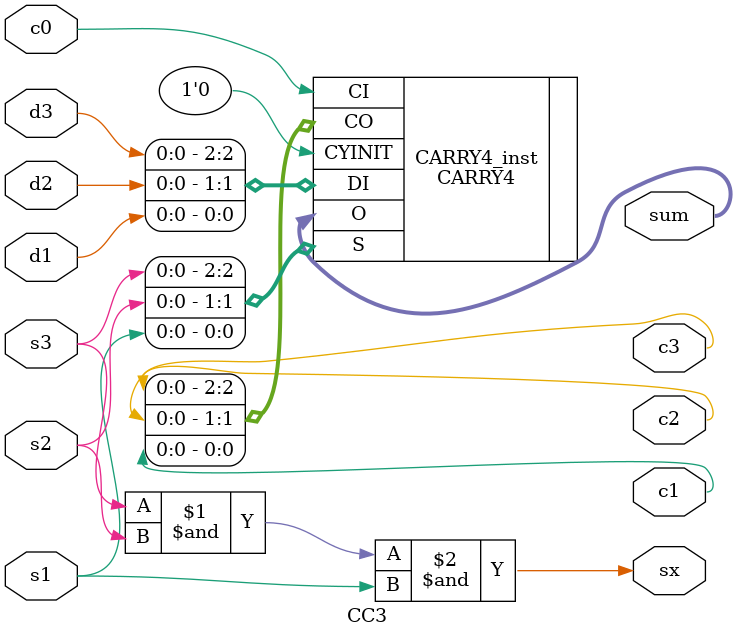
<source format=v>
`timescale 1ns/1ns
module CC3(
    input               c0                  ,
    input               s1                  ,
    input               s2                  ,
    input               s3                  ,
    // input               s4                  ,
    input               d1                  ,
    input               d2                  ,
    input               d3                  ,
    // input               d4                  ,

    output              sx                  ,
    output [2:0]        sum                 ,
    output              c1                  ,
    output              c2                  ,
    output              c3                  
    // output              c4                     //        
);

//   CARRY4    : In order to incorporate this function into the design,
//   Verilog   : the following instance declaration needs to be placed
//  instance   : in the body of the design code.  The instance name
// declaration : (CARRY4_inst) and/or the port declarations within the
//    code     : parenthesis may be changed to properly reference and
//             : connect this function to the design. All inputs and
//             : and outputs of this primitive should be connected.

//  <-----Cut code below this line---->

   // CARRY4: Fast Carry Logic Component
   //         Artix-7
   // Xilinx HDL Language Template, version 2019.2

   CARRY4 CARRY4_inst (
      .CO({c3, c2, c1}),         // 4-bit carry out
      .O(sum),           // 4-bit carry chain XOR data out
      .CI(c0),         // 1-bit carry cascade input
      .CYINIT(1'b0), // 1-bit carry initialization
      .DI({d3, d2, d1}),         // 4-bit carry-MUX data in
      .S({s3, s2, s1})            // 4-bit carry-MUX select input
   );

   // End of CARRY4_inst instantiation
				
    assign sx = s3 & s2 & s1;

endmodule


</source>
